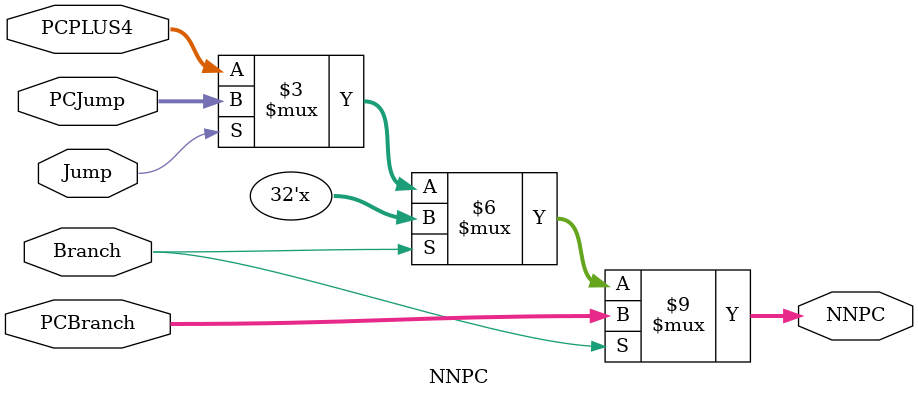
<source format=v>
module NNPC(PCPLUS4,PCBranch,PCJump,Branch,Jump,NNPC);
    input[31:0] PCPLUS4;
    input[31:0] PCBranch;
    input[31:0] PCJump;
    input Branch;
    input Jump;
    output reg[31:0] NNPC;

    always @(*) begin
        if (Branch) begin
            NNPC = PCBranch;
        end
        else if (Jump) begin
            NNPC = PCJump;
        end
        else
            NNPC = PCPLUS4;
    end
endmodule


</source>
